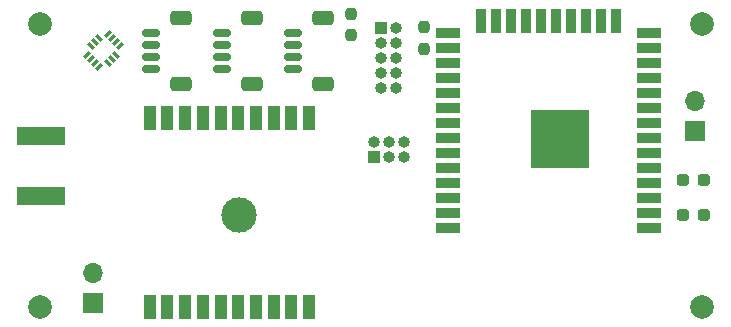
<source format=gbr>
%TF.GenerationSoftware,KiCad,Pcbnew,6.0.2+dfsg-1*%
%TF.CreationDate,2022-08-30T22:44:58-05:00*%
%TF.ProjectId,Rocket Tracker,526f636b-6574-4205-9472-61636b65722e,rev?*%
%TF.SameCoordinates,Original*%
%TF.FileFunction,Soldermask,Top*%
%TF.FilePolarity,Negative*%
%FSLAX46Y46*%
G04 Gerber Fmt 4.6, Leading zero omitted, Abs format (unit mm)*
G04 Created by KiCad (PCBNEW 6.0.2+dfsg-1) date 2022-08-30 22:44:58*
%MOMM*%
%LPD*%
G01*
G04 APERTURE LIST*
G04 Aperture macros list*
%AMRoundRect*
0 Rectangle with rounded corners*
0 $1 Rounding radius*
0 $2 $3 $4 $5 $6 $7 $8 $9 X,Y pos of 4 corners*
0 Add a 4 corners polygon primitive as box body*
4,1,4,$2,$3,$4,$5,$6,$7,$8,$9,$2,$3,0*
0 Add four circle primitives for the rounded corners*
1,1,$1+$1,$2,$3*
1,1,$1+$1,$4,$5*
1,1,$1+$1,$6,$7*
1,1,$1+$1,$8,$9*
0 Add four rect primitives between the rounded corners*
20,1,$1+$1,$2,$3,$4,$5,0*
20,1,$1+$1,$4,$5,$6,$7,0*
20,1,$1+$1,$6,$7,$8,$9,0*
20,1,$1+$1,$8,$9,$2,$3,0*%
%AMRotRect*
0 Rectangle, with rotation*
0 The origin of the aperture is its center*
0 $1 length*
0 $2 width*
0 $3 Rotation angle, in degrees counterclockwise*
0 Add horizontal line*
21,1,$1,$2,0,0,$3*%
G04 Aperture macros list end*
%ADD10RoundRect,0.237500X0.237500X-0.250000X0.237500X0.250000X-0.237500X0.250000X-0.237500X-0.250000X0*%
%ADD11RoundRect,0.237500X-0.237500X0.250000X-0.237500X-0.250000X0.237500X-0.250000X0.237500X0.250000X0*%
%ADD12RoundRect,0.150000X-0.625000X0.150000X-0.625000X-0.150000X0.625000X-0.150000X0.625000X0.150000X0*%
%ADD13RoundRect,0.250000X-0.650000X0.350000X-0.650000X-0.350000X0.650000X-0.350000X0.650000X0.350000X0*%
%ADD14R,1.000000X1.000000*%
%ADD15O,1.000000X1.000000*%
%ADD16C,3.000000*%
%ADD17R,1.000000X2.000000*%
%ADD18R,2.000000X0.900000*%
%ADD19R,0.900000X2.000000*%
%ADD20R,5.000000X5.000000*%
%ADD21RoundRect,0.237500X-0.287500X-0.237500X0.287500X-0.237500X0.287500X0.237500X-0.287500X0.237500X0*%
%ADD22R,1.700000X1.700000*%
%ADD23O,1.700000X1.700000*%
%ADD24RotRect,0.675000X0.250000X45.000000*%
%ADD25RotRect,0.250000X0.675000X45.000000*%
%ADD26C,2.000000*%
%ADD27R,4.060000X1.520000*%
G04 APERTURE END LIST*
D10*
%TO.C,R4*%
X98300000Y-88962500D03*
X98300000Y-87137500D03*
%TD*%
D11*
%TO.C,R3*%
X104450000Y-88287500D03*
X104450000Y-90112500D03*
%TD*%
D12*
%TO.C,J6*%
X81375000Y-88800000D03*
X81375000Y-89800000D03*
X81375000Y-90800000D03*
X81375000Y-91800000D03*
D13*
X83900000Y-87500000D03*
X83900000Y-93100000D03*
%TD*%
D14*
%TO.C,J1*%
X100225000Y-99275000D03*
D15*
X100225000Y-98005000D03*
X101495000Y-99275000D03*
X101495000Y-98005000D03*
X102765000Y-99275000D03*
X102765000Y-98005000D03*
%TD*%
D16*
%TO.C,U3*%
X88800000Y-104200000D03*
D17*
X94750000Y-96000000D03*
X93250000Y-96000000D03*
X91750000Y-96000000D03*
X90250000Y-96000000D03*
X88750000Y-96000000D03*
X87250000Y-96000000D03*
X85750000Y-96000000D03*
X84250000Y-96000000D03*
X82750000Y-96000000D03*
X81250000Y-96000000D03*
X81250000Y-112000000D03*
X82750000Y-112000000D03*
X84250000Y-112000000D03*
X85750000Y-112000000D03*
X87250000Y-112000000D03*
X88750000Y-112000000D03*
X90250000Y-112000000D03*
X91750000Y-112000000D03*
X93250000Y-112000000D03*
X94750000Y-112000000D03*
%TD*%
D18*
%TO.C,U1*%
X123500000Y-105255000D03*
X123500000Y-103985000D03*
X123500000Y-102715000D03*
X123500000Y-101445000D03*
X123500000Y-100175000D03*
X123500000Y-98905000D03*
X123500000Y-97635000D03*
X123500000Y-96365000D03*
X123500000Y-95095000D03*
X123500000Y-93825000D03*
X123500000Y-92555000D03*
X123500000Y-91285000D03*
X123500000Y-90015000D03*
X123500000Y-88745000D03*
D19*
X120715000Y-87745000D03*
X119445000Y-87745000D03*
X118175000Y-87745000D03*
X116905000Y-87745000D03*
X115635000Y-87745000D03*
X114365000Y-87745000D03*
X113095000Y-87745000D03*
X111825000Y-87745000D03*
X110555000Y-87745000D03*
X109285000Y-87745000D03*
D18*
X106500000Y-88745000D03*
X106500000Y-90015000D03*
X106500000Y-91285000D03*
X106500000Y-92555000D03*
X106500000Y-93825000D03*
X106500000Y-95095000D03*
X106500000Y-96365000D03*
X106500000Y-97635000D03*
X106500000Y-98905000D03*
X106500000Y-100175000D03*
X106500000Y-101445000D03*
X106500000Y-102715000D03*
X106500000Y-103985000D03*
X106500000Y-105255000D03*
D20*
X116000000Y-97755000D03*
%TD*%
D12*
%TO.C,J7*%
X87375000Y-88800000D03*
X87375000Y-89800000D03*
X87375000Y-90800000D03*
X87375000Y-91800000D03*
D13*
X89900000Y-93100000D03*
X89900000Y-87500000D03*
%TD*%
D21*
%TO.C,D1*%
X126425000Y-101200000D03*
X128175000Y-101200000D03*
%TD*%
D22*
%TO.C,J5*%
X127400000Y-97075000D03*
D23*
X127400000Y-94535000D03*
%TD*%
D12*
%TO.C,J8*%
X93375000Y-88800000D03*
X93375000Y-89800000D03*
X93375000Y-90800000D03*
X93375000Y-91800000D03*
D13*
X95900000Y-87500000D03*
X95900000Y-93100000D03*
%TD*%
D21*
%TO.C,D2*%
X126425000Y-104200000D03*
X128175000Y-104200000D03*
%TD*%
D24*
%TO.C,U4*%
X75926948Y-90612392D03*
X76280501Y-90965946D03*
X76634054Y-91319499D03*
X76987608Y-91673052D03*
D25*
X77712392Y-91319499D03*
X78065946Y-90965946D03*
X78419499Y-90612392D03*
D24*
X78773052Y-89887608D03*
X78419499Y-89534054D03*
X78065946Y-89180501D03*
X77712392Y-88826948D03*
D25*
X76987608Y-89180501D03*
X76634054Y-89534054D03*
X76280501Y-89887608D03*
%TD*%
D26*
%TO.C,REF\u002A\u002A*%
X128000000Y-88000000D03*
%TD*%
D22*
%TO.C,J3*%
X76450000Y-111600000D03*
D23*
X76450000Y-109060000D03*
%TD*%
D26*
%TO.C,REF\u002A\u002A*%
X72000000Y-88000000D03*
%TD*%
%TO.C,REF\u002A\u002A*%
X128000000Y-112000000D03*
%TD*%
%TO.C,REF\u002A\u002A*%
X72000000Y-112000000D03*
%TD*%
D15*
%TO.C,J2*%
X102120000Y-93430000D03*
X100850000Y-93430000D03*
X102120000Y-92160000D03*
X100850000Y-92160000D03*
X102120000Y-90890000D03*
X100850000Y-90890000D03*
X102120000Y-89620000D03*
X100850000Y-89620000D03*
X102120000Y-88350000D03*
D14*
X100850000Y-88350000D03*
%TD*%
D27*
%TO.C,J4*%
X72080000Y-102540000D03*
X72080000Y-97460000D03*
%TD*%
M02*

</source>
